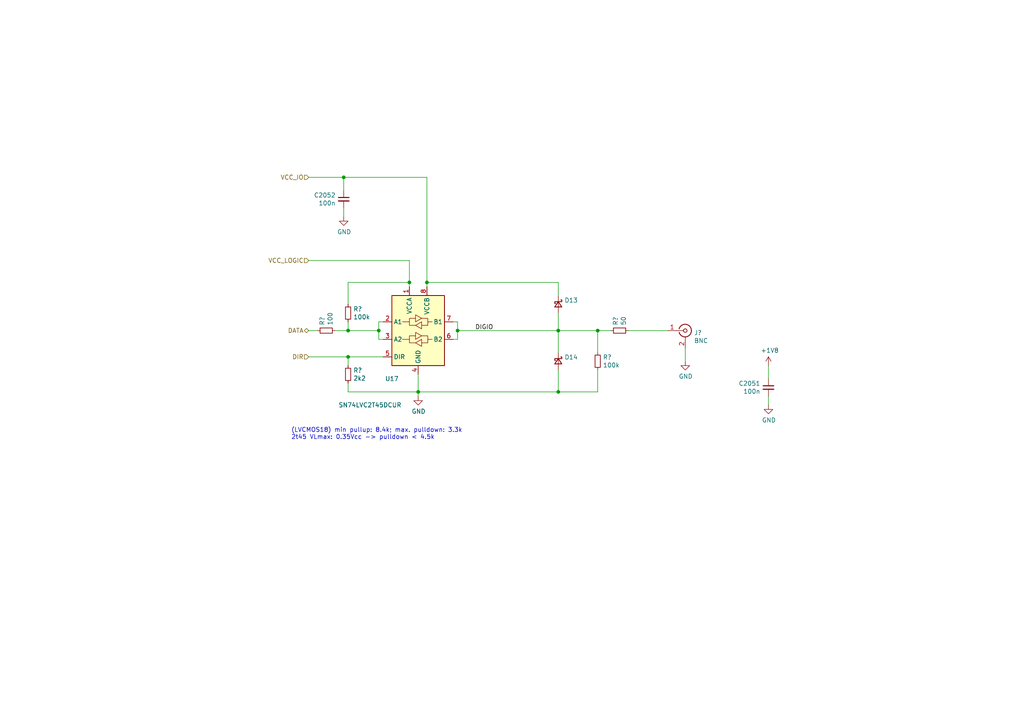
<source format=kicad_sch>
(kicad_sch (version 20230121) (generator eeschema)
  (paper "A4")
  (lib_symbols
    (symbol "Connector:Conn_Coaxial" (pin_names (offset 1.016) hide)
      (property "Reference" "J" (at 0.254 3.048 0))
      (property "Value" "Conn_Coaxial" (at 2.921 0 90))
      (symbol "Conn_Coaxial_0_1"
        (arc (start -1.778 -0.508) (mid 0.2311 -1.8066) (end 1.778 0) (stroke (width 0.254)))
        (polyline (pts (xy -2.54 0) (xy -0.508 0)))
        (polyline (pts (xy 0 -2.54) (xy 0 -1.778)))
        (circle (center 0 0) (radius 0.508) (stroke (width 0.2032)))
        (arc (start 1.778 0) (mid 0.2099 1.8101) (end -1.778 0.508) (stroke (width 0.254)))
      )
      (symbol "Conn_Coaxial_1_1"
        (pin passive line (at -5.08 0 0) (length 2.54) (name "In") (number "1"))
        (pin passive line (at 0 -5.08 90) (length 2.54) (name "Ext") (number "2"))
      )
    )
    (symbol "Device:C_Small" (pin_numbers hide) (pin_names (offset 0.254) hide)
      (property "Reference" "C" (at 0.254 1.778 0))
      (property "Value" "C_Small" (at 0.254 -2.032 0))
      (symbol "C_Small_0_1"
        (polyline (pts (xy -1.524 -0.508) (xy 1.524 -0.508)) (stroke (width 0.3302)))
        (polyline (pts (xy -1.524 0.508) (xy 1.524 0.508)) (stroke (width 0.3048)))
      )
      (symbol "C_Small_1_1"
        (pin passive line (at 0 2.54 270) (length 2.032) (name "~") (number "1"))
        (pin passive line (at 0 -2.54 90) (length 2.032) (name "~") (number "2"))
      )
    )
    (symbol "Device:D_Schottky_Small" (pin_numbers hide) (pin_names (offset 0.254) hide)
      (property "Reference" "D" (at -1.27 2.032 0))
      (property "Value" "D_Schottky_Small" (at -7.112 -2.032 0))
      (symbol "D_Schottky_Small_0_1"
        (polyline (pts (xy -0.762 0) (xy 0.762 0)))
        (polyline (pts (xy 0.762 -1.016) (xy -0.762 0) (xy 0.762 1.016) (xy 0.762 -1.016)) (stroke (width 0.254)))
        (polyline (pts (xy -1.27 0.762) (xy -1.27 1.016) (xy -0.762 1.016) (xy -0.762 -1.016) (xy -0.254 -1.016) (xy -0.254 -0.762)) (stroke (width 0.254)))
      )
      (symbol "D_Schottky_Small_1_1"
        (pin passive line (at -2.54 0 0) (length 1.778) (name "K") (number "1"))
        (pin passive line (at 2.54 0 180) (length 1.778) (name "A") (number "2"))
      )
    )
    (symbol "Device:R_Small" (pin_numbers hide) (pin_names (offset 0.254) hide)
      (property "Reference" "R" (at 0.762 0.508 0))
      (property "Value" "R_Small" (at 0.762 -1.016 0))
      (symbol "R_Small_0_1"
        (rectangle (start -0.762 1.778) (end 0.762 -1.778) (stroke (width 0.2032)))
      )
      (symbol "R_Small_1_1"
        (pin passive line (at 0 2.54 270) (length 0.762) (name "~") (number "1"))
        (pin passive line (at 0 -2.54 90) (length 0.762) (name "~") (number "2"))
      )
    )
    (symbol "Logic_LevelTranslator:SN74LVC2T45DCUR"
      (property "Reference" "U" (at -6.35 11.43 0))
      (property "Value" "SN74LVC2T45DCUR" (at 3.81 11.43 0))
      (symbol "SN74LVC2T45DCUR_0_1"
        (rectangle (start -7.62 10.16) (end 7.62 -10.16) (stroke (width 0.254)) (fill (type background)))
        (polyline (pts (xy -2.54 2.54) (xy -2.54 3.556) (xy -0.762 3.556)))
        (polyline (pts (xy 2.794 2.54) (xy 2.794 1.524) (xy 1.016 1.524)))
        (polyline (pts (xy -0.762 1.524) (xy -2.54 1.524) (xy -2.54 2.54) (xy -4.572 2.54)))
        (polyline (pts (xy -0.762 2.54) (xy -0.762 4.572) (xy 1.016 3.556) (xy -0.762 2.54)))
        (polyline (pts (xy 1.016 3.556) (xy 2.794 3.556) (xy 2.794 2.54) (xy 4.064 2.54)))
        (polyline (pts (xy 1.016 2.54) (xy 1.016 0.762) (xy 1.016 0.508) (xy -0.762 1.524) (xy 1.016 2.54)))
      )
      (symbol "SN74LVC2T45DCUR_1_1"
        (polyline (pts (xy -2.54 -2.54) (xy -2.54 -1.524) (xy -0.762 -1.524)))
        (polyline (pts (xy 2.794 -2.54) (xy 2.794 -3.556) (xy 1.016 -3.556)))
        (polyline (pts (xy -0.762 -3.556) (xy -2.54 -3.556) (xy -2.54 -2.54) (xy -4.572 -2.54)))
        (polyline (pts (xy -0.762 -2.54) (xy -0.762 -0.508) (xy 1.016 -1.524) (xy -0.762 -2.54)))
        (polyline (pts (xy 1.016 -1.524) (xy 2.794 -1.524) (xy 2.794 -2.54) (xy 4.064 -2.54)))
        (polyline (pts (xy 1.016 -2.54) (xy 1.016 -4.318) (xy 1.016 -4.572) (xy -0.762 -3.556) (xy 1.016 -2.54)))
        (pin power_in line (at -2.54 12.7 270) (length 2.54) (name "VCCA") (number "1"))
        (pin bidirectional line (at -10.16 2.54 0) (length 2.54) (name "A1") (number "2"))
        (pin bidirectional line (at -10.16 -2.54 0) (length 2.54) (name "A2") (number "3"))
        (pin power_in line (at 0 -12.7 90) (length 2.54) (name "GND") (number "4"))
        (pin input line (at -10.16 -7.62 0) (length 2.54) (name "DIR") (number "5"))
        (pin bidirectional line (at 10.16 -2.54 180) (length 2.54) (name "B2") (number "6"))
        (pin bidirectional line (at 10.16 2.54 180) (length 2.54) (name "B1") (number "7"))
        (pin power_in line (at 2.54 12.7 270) (length 2.54) (name "VCCB") (number "8"))
      )
    )
    (symbol "power:+1V8" (power) (pin_names (offset 0))
      (property "Value" "+1V8" (at 0 3.556 0))
      (symbol "+1V8_0_1"
        (polyline (pts (xy -0.762 1.27) (xy 0 2.54)))
        (polyline (pts (xy 0 0) (xy 0 2.54)))
        (polyline (pts (xy 0 2.54) (xy 0.762 1.27)))
      )
      (symbol "+1V8_1_1"
        (pin power_in line (at 0 0 90) (length 0) hide (name "+1V8") (number "1"))
      )
    )
    (symbol "power:GND" (power) (pin_names (offset 0))
      (property "Value" "GND" (at 0 -3.81 0))
      (symbol "GND_0_1"
        (polyline (pts (xy 0 0) (xy 0 -1.27) (xy 1.27 -1.27) (xy 0 -2.54) (xy -1.27 -1.27) (xy 0 -1.27)))
      )
      (symbol "GND_1_1"
        (pin power_in line (at 0 0 270) (length 0) hide (name "GND") (number "1"))
      )
    )
  )
  (junction (at 100.965 95.885))
  (junction (at 123.825 81.915))
  (junction (at 99.695 51.435))
  (junction (at 132.715 95.885))
  (junction (at 121.285 113.665))
  (junction (at 109.855 95.885))
  (junction (at 100.965 103.505))
  (junction (at 118.745 81.915))
  (junction (at 161.925 113.665))
  (junction (at 161.925 95.885))
  (junction (at 173.355 95.885))
  (wire (pts (xy 89.535 51.435) (xy 99.695 51.435)))
  (wire (pts (xy 109.855 93.345) (xy 109.855 95.885)))
  (wire (pts (xy 123.825 81.915) (xy 123.825 83.185)))
  (wire (pts (xy 97.155 95.885) (xy 100.965 95.885)))
  (wire (pts (xy 132.715 98.425) (xy 131.445 98.425)))
  (wire (pts (xy 100.965 88.265) (xy 100.965 81.915)))
  (wire (pts (xy 100.965 113.665) (xy 121.285 113.665)))
  (wire (pts (xy 173.355 107.315) (xy 173.355 113.665)))
  (wire (pts (xy 131.445 93.345) (xy 132.715 93.345)))
  (wire (pts (xy 173.355 102.235) (xy 173.355 95.885)))
  (wire (pts (xy 161.925 81.915) (xy 161.925 85.725)))
  (wire (pts (xy 118.745 81.915) (xy 118.745 83.185)))
  (wire (pts (xy 109.855 98.425) (xy 111.125 98.425)))
  (wire (pts (xy 132.715 93.345) (xy 132.715 95.885)))
  (wire (pts (xy 100.965 95.885) (xy 109.855 95.885)))
  (wire (pts (xy 182.245 95.885) (xy 193.675 95.885)))
  (wire (pts (xy 161.925 90.805) (xy 161.925 95.885)))
  (wire (pts (xy 118.745 75.565) (xy 118.745 81.915)))
  (wire (pts (xy 173.355 95.885) (xy 177.165 95.885)))
  (wire (pts (xy 89.535 103.505) (xy 100.965 103.505)))
  (wire (pts (xy 100.965 111.125) (xy 100.965 113.665)))
  (wire (pts (xy 132.715 95.885) (xy 161.925 95.885)))
  (wire (pts (xy 89.535 75.565) (xy 118.745 75.565)))
  (wire (pts (xy 161.925 113.665) (xy 161.925 107.315)))
  (wire (pts (xy 222.885 106.045) (xy 222.885 109.855)))
  (wire (pts (xy 100.965 103.505) (xy 111.125 103.505)))
  (wire (pts (xy 198.755 100.965) (xy 198.755 104.775)))
  (wire (pts (xy 109.855 95.885) (xy 109.855 98.425)))
  (wire (pts (xy 222.885 114.935) (xy 222.885 117.475)))
  (wire (pts (xy 99.695 51.435) (xy 123.825 51.435)))
  (wire (pts (xy 100.965 81.915) (xy 118.745 81.915)))
  (wire (pts (xy 121.285 108.585) (xy 121.285 113.665)))
  (wire (pts (xy 161.925 95.885) (xy 173.355 95.885)))
  (wire (pts (xy 100.965 93.345) (xy 100.965 95.885)))
  (wire (pts (xy 132.715 95.885) (xy 132.715 98.425)))
  (wire (pts (xy 173.355 113.665) (xy 161.925 113.665)))
  (wire (pts (xy 89.535 95.885) (xy 92.075 95.885)))
  (wire (pts (xy 123.825 81.915) (xy 161.925 81.915)))
  (wire (pts (xy 109.855 93.345) (xy 111.125 93.345)))
  (wire (pts (xy 161.925 95.885) (xy 161.925 102.235)))
  (wire (pts (xy 121.285 113.665) (xy 161.925 113.665)))
  (wire (pts (xy 100.965 103.505) (xy 100.965 106.045)))
  (wire (pts (xy 123.825 51.435) (xy 123.825 81.915)))
  (wire (pts (xy 121.285 113.665) (xy 121.285 114.935)))
  (wire (pts (xy 99.695 60.325) (xy 99.695 62.865)))
  (wire (pts (xy 99.695 51.435) (xy 99.695 55.245)))
  (text "(LVCMOS18) min pullup: 8.4k; max. pulldown: 3.3k\n2t45 VLmax: 0.35Vcc -> pulldown < 4.5k" (at 84.455 127.635 0) (effects (font (size 1.27 1.27)) (justify left bottom)))
  (label "DIGIO" (at 137.795 95.885 0))
  (hierarchical_label "VCC_IO" (shape input) (at 89.535 51.435 180))
  (hierarchical_label "DIR" (shape input) (at 89.535 103.505 180))
  (hierarchical_label "DATA" (shape bidirectional) (at 89.535 95.885 180))
  (hierarchical_label "VCC_LOGIC" (shape input) (at 89.535 75.565 180))
  (symbol (lib_id "Device:D_Schottky_Small") (at 161.925 104.775 270) (unit 1)
    (property "Reference" "D14" (at 163.703 103.6066 90) (effects (justify left)))
    (property "Value" "NSR0170HT1G" (effects hide))
    (property "Footprint" "Diode_SMD:D_SOD-323" (effects hide))
    (property "Part" "NSR0170HT1G" (effects hide))
    (property "Manufacturer" "OnSemi" (effects hide))
    (instances (project "ft240x_fpga_test" (path "" (reference "D14") (unit 1)) (path "" (reference "D?") (unit 1)) (path "" (reference "D14") (unit 1))) (project "usbadc" (path "" (reference "D2") (unit 1))))
  )
  (symbol (lib_id "power:GND") (at 198.755 104.775 0) (unit 1)
    (property "Reference" "#PWR?" (effects hide))
    (property "Value" "GND" (at 198.882 109.1692 0))
    (instances (project "ft240x_fpga_test" (path "" (reference "#PWR?") (unit 1)) (path "" (reference "#PWR?") (unit 1)) (path "" (reference "#PWR?") (unit 1)) (path "" (reference "#PWR?") (unit 1))) (project "usbadc" (path "" (reference "#PWR0175") (unit 1))))
  )
  (symbol (lib_id "Device:C_Small") (at 99.695 57.785 0) (mirror y) (unit 1)
    (property "Reference" "C2052" (at 97.3582 56.6166 0) (effects (justify left)))
    (property "Value" "100n" (at 97.3582 58.928 0) (effects (justify left)))
    (property "Footprint" "Capacitor_SMD:C_0402_1005Metric" (effects hide))
    (instances (project "ft240x_fpga_test" (path "" (reference "C2052") (unit 1)) (path "" (reference "C2052") (unit 1)) (path "" (reference "C103") (unit 1)) (path "" (reference "C2002") (unit 1)) (path "" (reference "C2002") (unit 1)) (path "" (reference "C103") (unit 1))) (project "usbadc" (path "" (reference "C22") (unit 1))))
  )
  (symbol (lib_id "Connector:Conn_Coaxial") (at 198.755 95.885 0) (unit 1)
    (property "Reference" "J?" (at 201.295 96.52 0) (effects (justify left)))
    (property "Value" "BNC" (at 201.295 98.8314 0) (effects (justify left)))
    (property "Footprint" "proj_footprints:BNC_Molex_0731713150" (effects hide))
    (property "Datasheet" " ~" (effects hide))
    (property "Part" "0731713150" (effects hide))
    (property "Manufacturer" "Molex" (effects hide))
    (instances (project "ft240x_fpga_test" (path "" (reference "J?") (unit 1)) (path "" (reference "J?") (unit 1)) (path "" (reference "J2051") (unit 1)) (path "" (reference "J2051") (unit 1)) (path "" (reference "J10") (unit 1)) (path "" (reference "J?") (unit 1)) (path "" (reference "J2001") (unit 1)) (path "" (reference "J?") (unit 1)) (path "" (reference "J10") (unit 1)) (path "" (reference "J2001") (unit 1))) (project "usbadc" (path "" (reference "J5") (unit 1))))
  )
  (symbol (lib_id "power:+1V8") (at 222.885 106.045 0) (unit 1)
    (property "Reference" "#PWR?" (effects hide))
    (property "Value" "+1V8" (at 223.266 101.6508 0))
    (instances (project "ft240x_fpga_test" (path "" (reference "#PWR?") (unit 1)) (path "" (reference "#PWR?") (unit 1)) (path "" (reference "#PWR?") (unit 1))) (project "usbadc" (path "" (reference "#PWR0176") (unit 1))))
  )
  (symbol (lib_id "power:GND") (at 222.885 117.475 0) (unit 1)
    (property "Reference" "#PWR?" (effects hide))
    (property "Value" "GND" (at 223.012 121.8692 0))
    (instances (project "ft240x_fpga_test" (path "" (reference "#PWR?") (unit 1)) (path "" (reference "#PWR?") (unit 1)) (path "" (reference "#PWR?") (unit 1)) (path "" (reference "#PWR?") (unit 1))) (project "usbadc" (path "" (reference "#PWR0177") (unit 1))))
  )
  (symbol (lib_id "Device:C_Small") (at 222.885 112.395 0) (mirror y) (unit 1)
    (property "Reference" "C2051" (at 220.5482 111.2266 0) (effects (justify left)))
    (property "Value" "100n" (at 220.5482 113.538 0) (effects (justify left)))
    (property "Footprint" "Capacitor_SMD:C_0402_1005Metric" (effects hide))
    (instances (project "ft240x_fpga_test" (path "" (reference "C2051") (unit 1)) (path "" (reference "C2051") (unit 1)) (path "" (reference "C104") (unit 1)) (path "" (reference "C2001") (unit 1)) (path "" (reference "C2001") (unit 1)) (path "" (reference "C104") (unit 1))) (project "usbadc" (path "" (reference "C23") (unit 1))))
  )
  (symbol (lib_id "Logic_LevelTranslator:SN74LVC2T45DCUR") (at 121.285 95.885 0) (unit 1)
    (property "Reference" "U17" (at 113.665 109.855 0))
    (property "Value" "SN74LVC2T45DCUR" (at 107.315 117.475 0))
    (property "Footprint" "Package_SO:VSSOP-8_2.4x2.1mm_P0.5mm" (effects hide))
    (property "Datasheet" "http://www.ti.com/lit/ds/symlink/sn74lvc2t45.pdf" (effects hide))
    (instances (project "ft240x_fpga_test" (path "" (reference "U17") (unit 1)) (path "" (reference "U17") (unit 1))) (project "usbadc" (path "" (reference "U4") (unit 1))))
  )
  (symbol (lib_id "Device:R_Small") (at 94.615 95.885 90) (unit 1)
    (property "Reference" "R?" (at 93.4466 94.3864 0) (effects (justify left)))
    (property "Value" "100" (at 95.758 94.3864 0) (effects (justify left)))
    (property "Footprint" "Resistor_SMD:R_0603_1608Metric" (effects hide))
    (instances (project "ft240x_fpga_test" (path "" (reference "R?") (unit 1)) (path "" (reference "R2003") (unit 1)) (path "" (reference "R2003") (unit 1)) (path "" (reference "R76") (unit 1)) (path "" (reference "R?") (unit 1)) (path "" (reference "R2053") (unit 1)) (path "" (reference "R76") (unit 1)) (path "" (reference "R2053") (unit 1)) (path "" (reference "R?") (unit 1))) (project "usbadc" (path "" (reference "R19") (unit 1))))
  )
  (symbol (lib_id "power:GND") (at 121.285 114.935 0) (unit 1)
    (property "Reference" "#PWR?" (effects hide))
    (property "Value" "GND" (at 121.412 119.3292 0))
    (instances (project "ft240x_fpga_test" (path "" (reference "#PWR?") (unit 1)) (path "" (reference "#PWR?") (unit 1)) (path "" (reference "#PWR?") (unit 1)) (path "" (reference "#PWR?") (unit 1))) (project "usbadc" (path "" (reference "#PWR0174") (unit 1))))
  )
  (symbol (lib_id "Device:R_Small") (at 179.705 95.885 90) (unit 1)
    (property "Reference" "R?" (at 178.5366 94.3864 0) (effects (justify left)))
    (property "Value" "50" (at 180.848 94.3864 0) (effects (justify left)))
    (property "Footprint" "Resistor_SMD:R_0603_1608Metric" (effects hide))
    (instances (project "ft240x_fpga_test" (path "" (reference "R?") (unit 1)) (path "" (reference "R2004") (unit 1)) (path "" (reference "R2004") (unit 1)) (path "" (reference "R77") (unit 1)) (path "" (reference "R?") (unit 1)) (path "" (reference "R2054") (unit 1)) (path "" (reference "R78") (unit 1)) (path "" (reference "R2054") (unit 1)) (path "" (reference "R?") (unit 1))) (project "usbadc" (path "" (reference "R23") (unit 1))))
  )
  (symbol (lib_id "Device:D_Schottky_Small") (at 161.925 88.265 270) (unit 1)
    (property "Reference" "D13" (at 163.703 87.0966 90) (effects (justify left)))
    (property "Value" "NSR0170HT1G" (effects hide))
    (property "Footprint" "Diode_SMD:D_SOD-323" (effects hide))
    (property "Part" "NSR0170HT1G" (effects hide))
    (property "Manufacturer" "OnSemi" (effects hide))
    (instances (project "ft240x_fpga_test" (path "" (reference "D13") (unit 1)) (path "" (reference "D?") (unit 1)) (path "" (reference "D13") (unit 1))) (project "usbadc" (path "" (reference "D1") (unit 1))))
  )
  (symbol (lib_id "power:GND") (at 99.695 62.865 0) (unit 1)
    (property "Reference" "#PWR?" (effects hide))
    (property "Value" "GND" (at 99.822 67.2592 0))
    (instances (project "ft240x_fpga_test" (path "" (reference "#PWR?") (unit 1)) (path "" (reference "#PWR?") (unit 1)) (path "" (reference "#PWR?") (unit 1)) (path "" (reference "#PWR?") (unit 1))) (project "usbadc" (path "" (reference "#PWR0173") (unit 1))))
  )
  (symbol (lib_id "Device:R_Small") (at 100.965 108.585 0) (unit 1)
    (property "Reference" "R?" (at 102.4636 107.4166 0) (effects (justify left)))
    (property "Value" "2k2" (at 102.4636 109.728 0) (effects (justify left)))
    (property "Footprint" "Resistor_SMD:R_0603_1608Metric" (effects hide))
    (instances (project "ft240x_fpga_test" (path "" (reference "R?") (unit 1)) (path "" (reference "R2002") (unit 1)) (path "" (reference "R2002") (unit 1)) (path "" (reference "R75") (unit 1)) (path "" (reference "R?") (unit 1)) (path "" (reference "R2052") (unit 1)) (path "" (reference "R75") (unit 1)) (path "" (reference "R2052") (unit 1)) (path "" (reference "R?") (unit 1))) (project "usbadc" (path "" (reference "R21") (unit 1))))
  )
  (symbol (lib_id "Device:R_Small") (at 173.355 104.775 0) (unit 1)
    (property "Reference" "R?" (at 174.8536 103.6066 0) (effects (justify left)))
    (property "Value" "100k" (at 174.8536 105.918 0) (effects (justify left)))
    (property "Footprint" "Resistor_SMD:R_0603_1608Metric" (effects hide))
    (instances (project "ft240x_fpga_test" (path "" (reference "R?") (unit 1)) (path "" (reference "R2005") (unit 1)) (path "" (reference "R2005") (unit 1)) (path "" (reference "R78") (unit 1)) (path "" (reference "R?") (unit 1)) (path "" (reference "R2055") (unit 1)) (path "" (reference "R77") (unit 1)) (path "" (reference "R2055") (unit 1)) (path "" (reference "R?") (unit 1))) (project "usbadc" (path "" (reference "R22") (unit 1))))
  )
  (symbol (lib_id "Device:R_Small") (at 100.965 90.805 0) (unit 1)
    (property "Reference" "R?" (at 102.4636 89.6366 0) (effects (justify left)))
    (property "Value" "100k" (at 102.4636 91.948 0) (effects (justify left)))
    (property "Footprint" "Resistor_SMD:R_0603_1608Metric" (effects hide))
    (instances (project "ft240x_fpga_test" (path "" (reference "R?") (unit 1)) (path "" (reference "R2001") (unit 1)) (path "" (reference "R2001") (unit 1)) (path "" (reference "R74") (unit 1)) (path "" (reference "R?") (unit 1)) (path "" (reference "R2051") (unit 1)) (path "" (reference "R74") (unit 1)) (path "" (reference "R2051") (unit 1)) (path "" (reference "R?") (unit 1))) (project "usbadc" (path "" (reference "R20") (unit 1))))
  )
)
</source>
